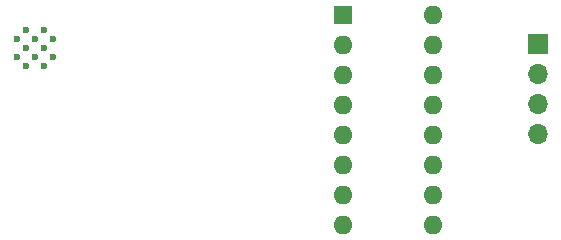
<source format=gbr>
%TF.GenerationSoftware,KiCad,Pcbnew,8.0.8*%
%TF.CreationDate,2025-02-10T17:27:11-08:00*%
%TF.ProjectId,display_pcb,64697370-6c61-4795-9f70-63622e6b6963,rev?*%
%TF.SameCoordinates,Original*%
%TF.FileFunction,Copper,L2,Bot*%
%TF.FilePolarity,Positive*%
%FSLAX46Y46*%
G04 Gerber Fmt 4.6, Leading zero omitted, Abs format (unit mm)*
G04 Created by KiCad (PCBNEW 8.0.8) date 2025-02-10 17:27:11*
%MOMM*%
%LPD*%
G01*
G04 APERTURE LIST*
%TA.AperFunction,ComponentPad*%
%ADD10R,1.600000X1.600000*%
%TD*%
%TA.AperFunction,ComponentPad*%
%ADD11O,1.600000X1.600000*%
%TD*%
%TA.AperFunction,ComponentPad*%
%ADD12O,1.700000X1.700000*%
%TD*%
%TA.AperFunction,ComponentPad*%
%ADD13R,1.700000X1.700000*%
%TD*%
%TA.AperFunction,HeatsinkPad*%
%ADD14C,0.600000*%
%TD*%
G04 APERTURE END LIST*
D10*
%TO.P,U2,1,I1*%
%TO.N,Net-(U1-IO4)*%
X151587500Y-123500000D03*
D11*
%TO.P,U2,2,I2*%
%TO.N,Net-(U1-IO5)*%
X151587500Y-126040000D03*
%TO.P,U2,3,I3*%
%TO.N,Net-(U1-IO14)*%
X151587500Y-128580000D03*
%TO.P,U2,4,I4*%
%TO.N,Net-(U1-IO19)*%
X151587500Y-131120000D03*
%TO.P,U2,5,I5*%
%TO.N,unconnected-(U2-I5-Pad5)*%
X151587500Y-133660000D03*
%TO.P,U2,6,I6*%
%TO.N,unconnected-(U2-I6-Pad6)*%
X151587500Y-136200000D03*
%TO.P,U2,7,I7*%
%TO.N,unconnected-(U2-I7-Pad7)*%
X151587500Y-138740000D03*
%TO.P,U2,8,GND*%
%TO.N,Net-(D1-K)*%
X151587500Y-141280000D03*
%TO.P,U2,9,COM*%
%TO.N,Net-(SW1-A)*%
X159207500Y-141280000D03*
%TO.P,U2,10,O7*%
%TO.N,unconnected-(U2-O7-Pad10)*%
X159207500Y-138740000D03*
%TO.P,U2,11,O6*%
%TO.N,unconnected-(U2-O6-Pad11)*%
X159207500Y-136200000D03*
%TO.P,U2,12,O5*%
%TO.N,unconnected-(U2-O5-Pad12)*%
X159207500Y-133660000D03*
%TO.P,U2,13,O4*%
%TO.N,Net-(U2-O4)*%
X159207500Y-131120000D03*
%TO.P,U2,14,O3*%
%TO.N,Net-(U2-O3)*%
X159207500Y-128580000D03*
%TO.P,U2,15,O2*%
%TO.N,Net-(M1--)*%
X159207500Y-126040000D03*
%TO.P,U2,16,O1*%
%TO.N,Net-(U2-O1)*%
X159207500Y-123500000D03*
%TD*%
D12*
%TO.P,M1,4*%
%TO.N,Net-(U2-O4)*%
X168087500Y-133620000D03*
%TO.P,M1,3*%
%TO.N,Net-(U2-O3)*%
X168087500Y-131080000D03*
%TO.P,M1,2,-*%
%TO.N,Net-(M1--)*%
X168087500Y-128540000D03*
D13*
%TO.P,M1,1*%
%TO.N,Net-(U2-O1)*%
X168087500Y-126000000D03*
%TD*%
D14*
%TO.P,U1,39,GND*%
%TO.N,Net-(D1-K)*%
X123975000Y-125527500D03*
X123975000Y-127052500D03*
X124737500Y-124765000D03*
X124737500Y-126290000D03*
X124737500Y-127815000D03*
X125500000Y-125527500D03*
X125500000Y-127052500D03*
X126262500Y-124765000D03*
X126262500Y-126290000D03*
X126262500Y-127815000D03*
X127025000Y-125527500D03*
X127025000Y-127052500D03*
%TD*%
M02*

</source>
